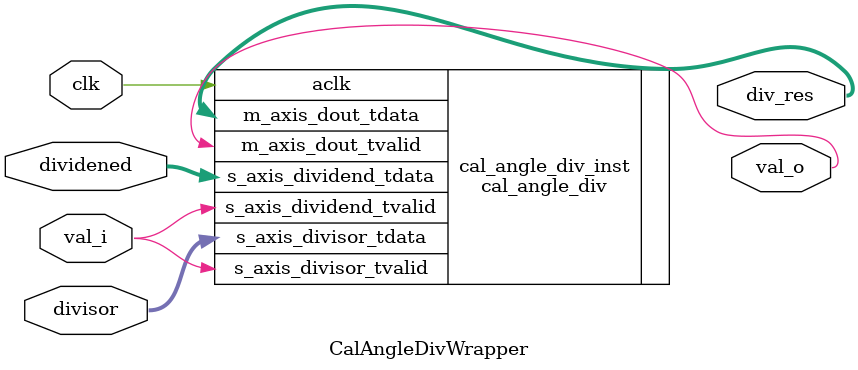
<source format=v>
`timescale 1ns / 1ps


module CalAngleDivWrapper(
    input         clk       ,
    input [15:0]  dividened ,
    input [7:0]   divisor   ,  
    input         val_i     ,
    output        val_o     ,
    output [23:0] div_res 
    );
    
    cal_angle_div cal_angle_div_inst (
      .aclk(clk),                                      // input wire aclk
      .s_axis_divisor_tvalid(val_i),                    // input wire s_axis_divisor_tvalid
      .s_axis_divisor_tdata(divisor),      // input wire [7 : 0] s_axis_divisor_tdata
      .s_axis_dividend_tvalid(val_i),  // input wire s_axis_dividend_tvalid
      .s_axis_dividend_tdata(dividened),    // input wire [15 : 0] s_axis_dividend_tdata
      .m_axis_dout_tvalid(val_o),          // output wire m_axis_dout_tvalid
      .m_axis_dout_tdata(div_res)            // output wire [23 : 0] m_axis_dout_tdata
    );
endmodule

</source>
